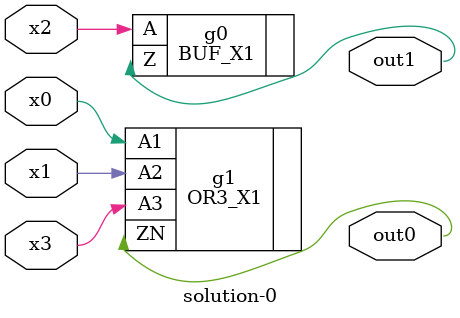
<source format=v>
module \solution-0 (
  x0, x1, x2, x3,
  out0, out1 );
  input x0, x1, x2, x3;
  output out0, out1;
  BUF_X1  g0(.A(x2),  .Z(out1));
  OR3_X1  g1(.A1(x0), .A2(x1), .A3(x3), .ZN(out0));
endmodule

</source>
